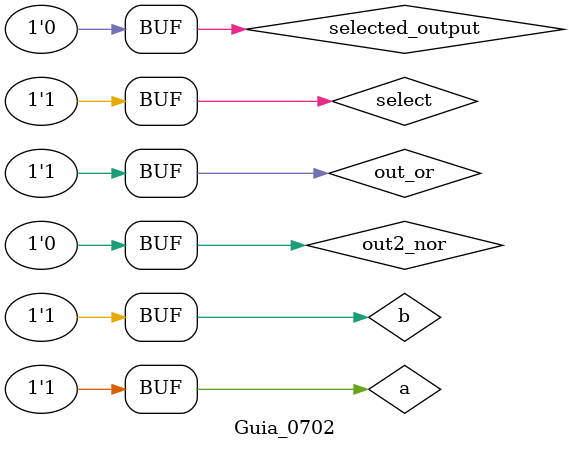
<source format=v>
/*
    Gabriel Glatz Campos
    811445
*/

module Guia_0702;
    reg a, b, select;
    wire out_or, out2_nor, selected_output;

    assign out_or = a | b;
    assign out2_nor = ~(a | b);
    assign selected_output = select ? out2_nor : out_or;

    initial begin
        $display("Guia_0701 - Gabriel Glatz Campos - 811445");
        $display("a    b    s    out");
        $monitor("%b    %b    %b    %b", a, b, select, selected_output);

        a = 0; b = 0; select = 0; // ---> 0 (AND)
        #1 a = 0; b = 0; select = 1; // ---> 1 (NAND)
        #1 a = 0; b = 1; select = 0; // ---> 0 (AND)
        #1 a = 0; b = 1; select = 1; // ---> 1 (NAND)
        #1 a = 1; b = 0; select = 0; // ---> 0 (AND)
        #1 a = 1; b = 0; select = 1; // ---> 1 (NAND)
        #1 a = 1; b = 1; select = 0; // ---> 1 (AND)
        #1 a = 1; b = 1; select = 1; // ---> 0 (NAND)
    end

endmodule

/*
Guia_0701 - Gabriel Glatz Campos - 811445
a    b    s    out
0    0    0    0
0    0    1    1
0    1    0    1
0    1    1    0
1    0    0    1
1    0    1    0
1    1    0    1
1    1    1    0
*/

</source>
